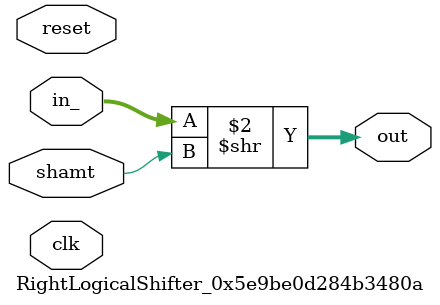
<source format=v>
`default_nettype none
module IntMulDivUnit
(
  input  wire [   0:0] clk,
  input  wire [  69:0] req_msg,
  output reg  [   0:0] req_rdy,
  input  wire [   0:0] req_val,
  input  wire [   0:0] reset,
  output reg  [  34:0] resp_msg,
  input  wire [   0:0] resp_rdy,
  output reg  [   0:0] resp_val
);

  // wire declarations
  wire   [   0:0] is_div;


  // register declarations
  reg    [   0:0] idiv$req_val;
  reg    [   0:0] idiv$resp_rdy;
  reg    [   0:0] imul$req_val;

  // imul temporaries
  wire   [   0:0] imul$resp_rdy;
  wire   [   0:0] imul$clk;
  wire   [  69:0] imul$req_msg;
  wire   [   0:0] imul$reset;
  wire   [  34:0] imul$resp_msg;
  wire   [   0:0] imul$resp_val;
  wire   [   0:0] imul$req_rdy;

  IntMulVarLat_0x4fa87c8a5af4e991 imul
  (
    .resp_rdy ( imul$resp_rdy ),
    .clk      ( imul$clk ),
    .req_msg  ( imul$req_msg ),
    .req_val  ( imul$req_val ),
    .reset    ( imul$reset ),
    .resp_msg ( imul$resp_msg ),
    .resp_val ( imul$resp_val ),
    .req_rdy  ( imul$req_rdy )
  );

  // idiv temporaries
  wire   [   0:0] idiv$clk;
  wire   [  69:0] idiv$req_msg;
  wire   [   0:0] idiv$reset;
  wire   [  34:0] idiv$resp_msg;
  wire   [   0:0] idiv$resp_val;
  wire   [   0:0] idiv$req_rdy;

  IntDivRem4_0x18c371d1cf60a588 idiv
  (
    .resp_rdy ( idiv$resp_rdy ),
    .clk      ( idiv$clk ),
    .req_msg  ( idiv$req_msg ),
    .req_val  ( idiv$req_val ),
    .reset    ( idiv$reset ),
    .resp_msg ( idiv$resp_msg ),
    .resp_val ( idiv$resp_val ),
    .req_rdy  ( idiv$req_rdy )
  );

  // signal connections
  assign idiv$clk      = clk;
  assign idiv$req_msg  = req_msg;
  assign idiv$reset    = reset;
  assign imul$clk      = clk;
  assign imul$req_msg  = req_msg;
  assign imul$reset    = reset;
  assign imul$resp_rdy = resp_rdy;
  assign is_div        = req_msg[69];


  // PYMTL SOURCE:
  //
  // @s.combinational
  // def comb_in_val():
  //       s.imul.req.val.value = s.req.val & ~s.is_div
  //       s.idiv.req.val.value = s.req.val & s.is_div

  // logic for comb_in_val()
  always @ (*) begin
    imul$req_val = (req_val&~is_div);
    idiv$req_val = (req_val&is_div);
  end

  // PYMTL SOURCE:
  //
  // @s.combinational
  // def comb_in_rdy():
  //       if ~s.is_div:
  //         s.req.rdy.value = s.imul.req.rdy
  //       else:
  //         s.req.rdy.value = s.idiv.req.rdy

  // logic for comb_in_rdy()
  always @ (*) begin
    if (~is_div) begin
      req_rdy = imul$req_rdy;
    end
    else begin
      req_rdy = idiv$req_rdy;
    end
  end

  // PYMTL SOURCE:
  //
  // @s.combinational
  // def comb_out_rdy():
  //       s.idiv.resp.rdy.value = 0
  //
  //       if ~s.imul.resp.val:
  //         s.idiv.resp.rdy.value = s.resp.rdy

  // logic for comb_out_rdy()
  always @ (*) begin
    idiv$resp_rdy = 0;
    if (~imul$resp_val) begin
      idiv$resp_rdy = resp_rdy;
    end
    else begin
    end
  end

  // PYMTL SOURCE:
  //
  // @s.combinational
  // def comb_out_val_msg():
  //       s.resp.val.value = s.imul.resp.val
  //       s.resp.msg.value = s.imul.resp.msg
  //
  //       if ~s.imul.resp.val:
  //         s.resp.val.value = s.idiv.resp.val
  //         s.resp.msg.value = s.idiv.resp.msg

  // logic for comb_out_val_msg()
  always @ (*) begin
    resp_val = imul$resp_val;
    resp_msg = imul$resp_msg;
    if (~imul$resp_val) begin
      resp_val = idiv$resp_val;
      resp_msg = idiv$resp_msg;
    end
    else begin
    end
  end


endmodule // IntMulDivUnit
`default_nettype wire

//-----------------------------------------------------------------------------
// IntMulVarLat_0x4fa87c8a5af4e991
//-----------------------------------------------------------------------------
// nbits: 32
// ntypes: 8
// dump-vcd: False
// verilator-xinit: zeros
`default_nettype none
module IntMulVarLat_0x4fa87c8a5af4e991
(
  input  wire [   0:0] clk,
  input  wire [  69:0] req_msg,
  output wire [   0:0] req_rdy,
  input  wire [   0:0] req_val,
  input  wire [   0:0] reset,
  output wire [  34:0] resp_msg,
  input  wire [   0:0] resp_rdy,
  output wire [   0:0] resp_val
);

  // ctrl temporaries
  wire   [   0:0] ctrl$is_b_zero;
  wire   [   0:0] ctrl$resp_rdy;
  wire   [   0:0] ctrl$clk;
  wire   [   2:0] ctrl$req_type;
  wire   [   0:0] ctrl$req_val;
  wire   [   0:0] ctrl$b_lsb;
  wire   [   0:0] ctrl$reset;
  wire   [   1:0] ctrl$a_mux_sel;
  wire   [   0:0] ctrl$resp_val;
  wire   [   1:0] ctrl$result_mux_sel;
  wire   [   0:0] ctrl$add_mux_sel;
  wire   [   0:0] ctrl$result_reg_en;
  wire   [   0:0] ctrl$b_mux_sel;
  wire   [   0:0] ctrl$is_hi;
  wire   [   0:0] ctrl$req_rdy;
  wire   [   0:0] ctrl$buffers_en;

  IntMulVarLatCtrl_0x4a27551a25d9401d ctrl
  (
    .is_b_zero      ( ctrl$is_b_zero ),
    .resp_rdy       ( ctrl$resp_rdy ),
    .clk            ( ctrl$clk ),
    .req_type       ( ctrl$req_type ),
    .req_val        ( ctrl$req_val ),
    .b_lsb          ( ctrl$b_lsb ),
    .reset          ( ctrl$reset ),
    .a_mux_sel      ( ctrl$a_mux_sel ),
    .resp_val       ( ctrl$resp_val ),
    .result_mux_sel ( ctrl$result_mux_sel ),
    .add_mux_sel    ( ctrl$add_mux_sel ),
    .result_reg_en  ( ctrl$result_reg_en ),
    .b_mux_sel      ( ctrl$b_mux_sel ),
    .is_hi          ( ctrl$is_hi ),
    .req_rdy        ( ctrl$req_rdy ),
    .buffers_en     ( ctrl$buffers_en )
  );

  // dpath temporaries
  wire   [   1:0] dpath$a_mux_sel;
  wire   [   0:0] dpath$clk;
  wire   [   1:0] dpath$result_mux_sel;
  wire   [   0:0] dpath$add_mux_sel;
  wire   [   0:0] dpath$result_reg_en;
  wire   [   0:0] dpath$b_mux_sel;
  wire   [  31:0] dpath$req_msg_b;
  wire   [  31:0] dpath$req_msg_a;
  wire   [   0:0] dpath$is_hi;
  wire   [   0:0] dpath$reset;
  wire   [   2:0] dpath$req_msg_opaque;
  wire   [   0:0] dpath$buffers_en;
  wire   [   2:0] dpath$resp_opaque;
  wire   [   0:0] dpath$is_b_zero;
  wire   [   0:0] dpath$b_lsb;
  wire   [  31:0] dpath$resp_result;

  IntMulVarLatDpath_0x1ea05e108635c477 dpath
  (
    .a_mux_sel      ( dpath$a_mux_sel ),
    .clk            ( dpath$clk ),
    .result_mux_sel ( dpath$result_mux_sel ),
    .add_mux_sel    ( dpath$add_mux_sel ),
    .result_reg_en  ( dpath$result_reg_en ),
    .b_mux_sel      ( dpath$b_mux_sel ),
    .req_msg_b      ( dpath$req_msg_b ),
    .req_msg_a      ( dpath$req_msg_a ),
    .is_hi          ( dpath$is_hi ),
    .reset          ( dpath$reset ),
    .req_msg_opaque ( dpath$req_msg_opaque ),
    .buffers_en     ( dpath$buffers_en ),
    .resp_opaque    ( dpath$resp_opaque ),
    .is_b_zero      ( dpath$is_b_zero ),
    .b_lsb          ( dpath$b_lsb ),
    .resp_result    ( dpath$resp_result )
  );

  // signal connections
  assign ctrl$b_lsb           = dpath$b_lsb;
  assign ctrl$clk             = clk;
  assign ctrl$is_b_zero       = dpath$is_b_zero;
  assign ctrl$req_type        = req_msg[69:67];
  assign ctrl$req_val         = req_val;
  assign ctrl$reset           = reset;
  assign ctrl$resp_rdy        = resp_rdy;
  assign dpath$a_mux_sel      = ctrl$a_mux_sel;
  assign dpath$add_mux_sel    = ctrl$add_mux_sel;
  assign dpath$b_mux_sel      = ctrl$b_mux_sel;
  assign dpath$buffers_en     = ctrl$buffers_en;
  assign dpath$clk            = clk;
  assign dpath$is_hi          = ctrl$is_hi;
  assign dpath$req_msg_a      = req_msg[63:32];
  assign dpath$req_msg_b      = req_msg[31:0];
  assign dpath$req_msg_opaque = req_msg[66:64];
  assign dpath$reset          = reset;
  assign dpath$result_mux_sel = ctrl$result_mux_sel;
  assign dpath$result_reg_en  = ctrl$result_reg_en;
  assign req_rdy              = ctrl$req_rdy;
  assign resp_msg[31:0]       = dpath$resp_result;
  assign resp_msg[34:32]      = dpath$resp_opaque;
  assign resp_val             = ctrl$resp_val;



endmodule // IntMulVarLat_0x4fa87c8a5af4e991
`default_nettype wire

//-----------------------------------------------------------------------------
// IntMulVarLatCtrl_0x4a27551a25d9401d
//-----------------------------------------------------------------------------
// ntypes: 8
// dump-vcd: False
// verilator-xinit: zeros
`default_nettype none
module IntMulVarLatCtrl_0x4a27551a25d9401d
(
  output reg  [   1:0] a_mux_sel,
  output reg  [   0:0] add_mux_sel,
  input  wire [   0:0] b_lsb,
  output reg  [   0:0] b_mux_sel,
  output reg  [   0:0] buffers_en,
  input  wire [   0:0] clk,
  input  wire [   0:0] is_b_zero,
  output reg  [   0:0] is_hi,
  output reg  [   0:0] req_rdy,
  input  wire [   2:0] req_type,
  input  wire [   0:0] req_val,
  input  wire [   0:0] reset,
  input  wire [   0:0] resp_rdy,
  output reg  [   0:0] resp_val,
  output reg  [   1:0] result_mux_sel,
  output reg  [   0:0] result_reg_en
);

  // register declarations
  reg    [   1:0] curr_state__0;
  reg    [   1:0] current_state__1;
  reg    [   0:0] do_sh;
  reg    [   0:0] do_sh_add;
  reg    [   1:0] next_state__0;
  reg    [   1:0] state$in_;

  // localparam declarations
  localparam ADD_MUX_SEL_ADD = 0;
  localparam ADD_MUX_SEL_RESULT = 1;
  localparam ADD_MUX_SEL_X = 0;
  localparam A_MUX_SEL_LD = 1;
  localparam A_MUX_SEL_LSH = 0;
  localparam A_MUX_SEL_SEXT = 2;
  localparam A_MUX_SEL_X = 0;
  localparam B_MUX_SEL_LD = 1;
  localparam B_MUX_SEL_RSH = 0;
  localparam B_MUX_SEL_X = 0;
  localparam RESULT_MUX_SEL_0 = 1;
  localparam RESULT_MUX_SEL_ADD = 0;
  localparam RESULT_MUX_SEL_MULH = 2;
  localparam RESULT_MUX_SEL_X = 0;
  localparam STATE_CALC = 1;
  localparam STATE_DONE = 2;
  localparam STATE_IDLE = 0;
  localparam TYPE_MULH = 1;
  localparam TYPE_MULHSU = 2;

  // state temporaries
  wire   [   0:0] state$reset;
  wire   [   0:0] state$clk;
  wire   [   1:0] state$out;

  RegRst_0x9f365fdf6c8998a state
  (
    .reset ( state$reset ),
    .in_   ( state$in_ ),
    .clk   ( state$clk ),
    .out   ( state$out )
  );

  // signal connections
  assign state$clk   = clk;
  assign state$reset = reset;


  // PYMTL SOURCE:
  //
  // @s.combinational
  // def state_transitions():
  //
  //       curr_state = s.state.out
  //       next_state = s.state.out
  //
  //       # Transistions out of IDLE state
  //
  //       if ( s.state.out == s.STATE_IDLE ):
  //         if ( s.req_val and s.req_rdy ):
  //           next_state = s.STATE_CALC
  //
  //       # Transistions out of CALC state
  //
  //       if ( s.state.out == s.STATE_CALC ):
  //         if s.is_b_zero:
  //           next_state = s.STATE_DONE
  //
  //       # Transistions out of DONE state
  //
  //       if ( s.state.out == s.STATE_DONE ):
  //         if ( s.resp_val and s.resp_rdy ):
  //           next_state = s.STATE_IDLE
  //
  //       s.state.in_.value = next_state

  // logic for state_transitions()
  always @ (*) begin
    curr_state__0 = state$out;
    next_state__0 = state$out;
    if ((state$out == STATE_IDLE)) begin
      if ((req_val&&req_rdy)) begin
        next_state__0 = STATE_CALC;
      end
      else begin
      end
    end
    else begin
    end
    if ((state$out == STATE_CALC)) begin
      if (is_b_zero) begin
        next_state__0 = STATE_DONE;
      end
      else begin
      end
    end
    else begin
    end
    if ((state$out == STATE_DONE)) begin
      if ((resp_val&&resp_rdy)) begin
        next_state__0 = STATE_IDLE;
      end
      else begin
      end
    end
    else begin
    end
    state$in_ = next_state__0;
  end

  // PYMTL SOURCE:
  //
  // @s.combinational
  // def state_outputs():
  //
  //       current_state = s.state.out
  //
  //       # Initialize all control signals
  //
  //       s.do_sh_add.value      = 0
  //       s.do_sh.value          = 0
  //
  //       s.req_rdy.value        = 0
  //       s.resp_val.value       = 0
  //
  //       s.a_mux_sel.value      = 0
  //       s.b_mux_sel.value      = 0
  //       s.result_mux_sel.value = 0
  //       s.result_reg_en.value  = 0
  //       s.add_mux_sel.value    = 0
  //
  //       s.result_mux_sel.value = 0
  //       s.buffers_en.value     = 0
  //       s.is_hi.value          = 0
  //
  //       # In IDLE state we simply wait for inputs to arrive and latch them
  //
  //       if current_state == s.STATE_IDLE:
  //
  //         s.req_rdy.value        = 1
  //         s.resp_val.value       = 0
  //
  //         if s.req_type == MduReqMsg.TYPE_MULHSU or s.req_type == MduReqMsg.TYPE_MULH:
  //           s.a_mux_sel.value = A_MUX_SEL_SEXT
  //         else:
  //           s.a_mux_sel.value = A_MUX_SEL_LD
  //
  //         s.b_mux_sel.value      = B_MUX_SEL_LD
  //
  //         if s.req_type == MduReqMsg.TYPE_MULH:
  //           s.result_mux_sel.value = RESULT_MUX_SEL_MULH
  //         else:
  //           s.result_mux_sel.value = RESULT_MUX_SEL_0
  //
  //         s.result_reg_en.value  = 1
  //         s.buffers_en.value     = 1
  //         s.is_hi.value          = (s.req_type != 0)
  //         s.add_mux_sel.value    = ADD_MUX_SEL_X
  //
  //       # In CALC state we iteratively add/shift to caculate mult
  //
  //       elif current_state == s.STATE_CALC:
  //
  //         s.do_sh_add.value      = (s.b_lsb == 1) # do shift and add
  //         s.do_sh.value          = (s.b_lsb == 0) # do shift but no add
  //
  //         s.req_rdy.value        = 0
  //         s.resp_val.value       = 0
  //
  //         s.a_mux_sel.value      = A_MUX_SEL_LSH
  //         s.b_mux_sel.value      = B_MUX_SEL_RSH
  //         s.result_mux_sel.value = RESULT_MUX_SEL_ADD
  //         s.result_reg_en.value  = 1
  //         if s.do_sh_add:
  //           s.add_mux_sel.value  = ADD_MUX_SEL_ADD
  //         else:
  //           s.add_mux_sel.value  = ADD_MUX_SEL_RESULT
  //
  //       # In DONE state we simply wait for output transition to occur
  //
  //       elif current_state == s.STATE_DONE:
  //
  //         s.req_rdy.value        = 0
  //         s.resp_val.value       = 1
  //
  //         s.a_mux_sel.value      = A_MUX_SEL_X
  //         s.b_mux_sel.value      = B_MUX_SEL_X
  //         s.result_mux_sel.value = RESULT_MUX_SEL_X
  //         s.result_reg_en.value  = 0
  //         s.add_mux_sel.value    = ADD_MUX_SEL_X

  // logic for state_outputs()
  always @ (*) begin
    current_state__1 = state$out;
    do_sh_add = 0;
    do_sh = 0;
    req_rdy = 0;
    resp_val = 0;
    a_mux_sel = 0;
    b_mux_sel = 0;
    result_mux_sel = 0;
    result_reg_en = 0;
    add_mux_sel = 0;
    result_mux_sel = 0;
    buffers_en = 0;
    is_hi = 0;
    if ((current_state__1 == STATE_IDLE)) begin
      req_rdy = 1;
      resp_val = 0;
      if (((req_type == TYPE_MULHSU)||(req_type == TYPE_MULH))) begin
        a_mux_sel = A_MUX_SEL_SEXT;
      end
      else begin
        a_mux_sel = A_MUX_SEL_LD;
      end
      b_mux_sel = B_MUX_SEL_LD;
      if ((req_type == TYPE_MULH)) begin
        result_mux_sel = RESULT_MUX_SEL_MULH;
      end
      else begin
        result_mux_sel = RESULT_MUX_SEL_0;
      end
      result_reg_en = 1;
      buffers_en = 1;
      is_hi = (req_type != 0);
      add_mux_sel = ADD_MUX_SEL_X;
    end
    else begin
      if ((current_state__1 == STATE_CALC)) begin
        do_sh_add = (b_lsb == 1);
        do_sh = (b_lsb == 0);
        req_rdy = 0;
        resp_val = 0;
        a_mux_sel = A_MUX_SEL_LSH;
        b_mux_sel = B_MUX_SEL_RSH;
        result_mux_sel = RESULT_MUX_SEL_ADD;
        result_reg_en = 1;
        if (do_sh_add) begin
          add_mux_sel = ADD_MUX_SEL_ADD;
        end
        else begin
          add_mux_sel = ADD_MUX_SEL_RESULT;
        end
      end
      else begin
        if ((current_state__1 == STATE_DONE)) begin
          req_rdy = 0;
          resp_val = 1;
          a_mux_sel = A_MUX_SEL_X;
          b_mux_sel = B_MUX_SEL_X;
          result_mux_sel = RESULT_MUX_SEL_X;
          result_reg_en = 0;
          add_mux_sel = ADD_MUX_SEL_X;
        end
        else begin
        end
      end
    end
  end


endmodule // IntMulVarLatCtrl_0x4a27551a25d9401d
`default_nettype wire

//-----------------------------------------------------------------------------
// RegRst_0x9f365fdf6c8998a
//-----------------------------------------------------------------------------
// dtype: 2
// reset_value: 0
// dump-vcd: False
// verilator-xinit: zeros
`default_nettype none
module RegRst_0x9f365fdf6c8998a
(
  input  wire [   0:0] clk,
  input  wire [   1:0] in_,
  output reg  [   1:0] out,
  input  wire [   0:0] reset
);

  // localparam declarations
  localparam reset_value = 0;



  // PYMTL SOURCE:
  //
  // @s.posedge_clk
  // def seq_logic():
  //       if s.reset:
  //         s.out.next = reset_value
  //       else:
  //         s.out.next = s.in_

  // logic for seq_logic()
  always @ (posedge clk) begin
    if (reset) begin
      out <= reset_value;
    end
    else begin
      out <= in_;
    end
  end


endmodule // RegRst_0x9f365fdf6c8998a
`default_nettype wire

//-----------------------------------------------------------------------------
// IntMulVarLatDpath_0x1ea05e108635c477
//-----------------------------------------------------------------------------
// nbits: 32
// dump-vcd: False
// verilator-xinit: zeros
`default_nettype none
module IntMulVarLatDpath_0x1ea05e108635c477
(
  input  wire [   1:0] a_mux_sel,
  input  wire [   0:0] add_mux_sel,
  output wire [   0:0] b_lsb,
  input  wire [   0:0] b_mux_sel,
  input  wire [   0:0] buffers_en,
  input  wire [   0:0] clk,
  output wire [   0:0] is_b_zero,
  input  wire [   0:0] is_hi,
  input  wire [  31:0] req_msg_a,
  input  wire [  31:0] req_msg_b,
  input  wire [   2:0] req_msg_opaque,
  input  wire [   0:0] reset,
  output wire [   2:0] resp_opaque,
  output wire [  31:0] resp_result,
  input  wire [   1:0] result_mux_sel,
  input  wire [   0:0] result_reg_en
);

  // wire declarations
  wire   [  31:0] rshifter_out;
  wire   [  63:0] lshifter_out;
  wire   [  63:0] add_mux_out;


  // register declarations
  reg    [  63:0] a_mulh_negate;
  reg    [  63:0] opa_sext;

  // localparam declarations
  localparam nbits = 32;

  // is_hi_reg temporaries
  wire   [   0:0] is_hi_reg$reset;
  wire   [   0:0] is_hi_reg$in_;
  wire   [   0:0] is_hi_reg$clk;
  wire   [   0:0] is_hi_reg$en;
  wire   [   0:0] is_hi_reg$out;

  RegEn_0x7b12395e8ee7e2a2 is_hi_reg
  (
    .reset ( is_hi_reg$reset ),
    .in_   ( is_hi_reg$in_ ),
    .clk   ( is_hi_reg$clk ),
    .en    ( is_hi_reg$en ),
    .out   ( is_hi_reg$out )
  );

  // b_zero_cmp temporaries
  wire   [   0:0] b_zero_cmp$reset;
  wire   [  31:0] b_zero_cmp$in_;
  wire   [   0:0] b_zero_cmp$clk;
  wire   [   0:0] b_zero_cmp$out;

  ZeroComparator_0x20454677a5a72bab b_zero_cmp
  (
    .reset ( b_zero_cmp$reset ),
    .in_   ( b_zero_cmp$in_ ),
    .clk   ( b_zero_cmp$clk ),
    .out   ( b_zero_cmp$out )
  );

  // a_reg temporaries
  wire   [   0:0] a_reg$reset;
  wire   [  63:0] a_reg$in_;
  wire   [   0:0] a_reg$clk;
  wire   [  63:0] a_reg$out;

  Reg_0x57db20304fa2732b a_reg
  (
    .reset ( a_reg$reset ),
    .in_   ( a_reg$in_ ),
    .clk   ( a_reg$clk ),
    .out   ( a_reg$out )
  );

  // result_reg temporaries
  wire   [   0:0] result_reg$reset;
  wire   [  63:0] result_reg$in_;
  wire   [   0:0] result_reg$clk;
  wire   [   0:0] result_reg$en;
  wire   [  63:0] result_reg$out;

  RegEn_0x57db20304fa2732b result_reg
  (
    .reset ( result_reg$reset ),
    .in_   ( result_reg$in_ ),
    .clk   ( result_reg$clk ),
    .en    ( result_reg$en ),
    .out   ( result_reg$out )
  );

  // opaque_reg temporaries
  wire   [   0:0] opaque_reg$reset;
  wire   [   2:0] opaque_reg$in_;
  wire   [   0:0] opaque_reg$clk;
  wire   [   0:0] opaque_reg$en;
  wire   [   2:0] opaque_reg$out;

  RegEn_0x5f9f3b87a8883894 opaque_reg
  (
    .reset ( opaque_reg$reset ),
    .in_   ( opaque_reg$in_ ),
    .clk   ( opaque_reg$clk ),
    .en    ( opaque_reg$en ),
    .out   ( opaque_reg$out )
  );

  // add temporaries
  wire   [   0:0] add$clk;
  wire   [  63:0] add$in0;
  wire   [  63:0] add$in1;
  wire   [   0:0] add$reset;
  wire   [   0:0] add$cin;
  wire   [   0:0] add$cout;
  wire   [  63:0] add$out;

  Adder_0x2b59d76425453b4b add
  (
    .clk   ( add$clk ),
    .in0   ( add$in0 ),
    .in1   ( add$in1 ),
    .reset ( add$reset ),
    .cin   ( add$cin ),
    .cout  ( add$cout ),
    .out   ( add$out )
  );

  // add_mux temporaries
  wire   [   0:0] add_mux$reset;
  wire   [  63:0] add_mux$in_$000;
  wire   [  63:0] add_mux$in_$001;
  wire   [   0:0] add_mux$clk;
  wire   [   0:0] add_mux$sel;
  wire   [  63:0] add_mux$out;

  Mux_0x147b842ad2b97e56 add_mux
  (
    .reset   ( add_mux$reset ),
    .in_$000 ( add_mux$in_$000 ),
    .in_$001 ( add_mux$in_$001 ),
    .clk     ( add_mux$clk ),
    .sel     ( add_mux$sel ),
    .out     ( add_mux$out )
  );

  // lshifter temporaries
  wire   [   0:0] lshifter$reset;
  wire   [   3:0] lshifter$shamt;
  wire   [  63:0] lshifter$in_;
  wire   [   0:0] lshifter$clk;
  wire   [  63:0] lshifter$out;

  LeftLogicalShifter_0x39b234576217d1bd lshifter
  (
    .reset ( lshifter$reset ),
    .shamt ( lshifter$shamt ),
    .in_   ( lshifter$in_ ),
    .clk   ( lshifter$clk ),
    .out   ( lshifter$out )
  );

  // a_mux temporaries
  wire   [   0:0] a_mux$reset;
  wire   [  63:0] a_mux$in_$000;
  wire   [  63:0] a_mux$in_$001;
  wire   [  63:0] a_mux$in_$002;
  wire   [   0:0] a_mux$clk;
  wire   [   1:0] a_mux$sel;
  wire   [  63:0] a_mux$out;

  Mux_0x466754c116c83ee7 a_mux
  (
    .reset   ( a_mux$reset ),
    .in_$000 ( a_mux$in_$000 ),
    .in_$001 ( a_mux$in_$001 ),
    .in_$002 ( a_mux$in_$002 ),
    .clk     ( a_mux$clk ),
    .sel     ( a_mux$sel ),
    .out     ( a_mux$out )
  );

  // b_mux temporaries
  wire   [   0:0] b_mux$reset;
  wire   [  31:0] b_mux$in_$000;
  wire   [  31:0] b_mux$in_$001;
  wire   [   0:0] b_mux$clk;
  wire   [   0:0] b_mux$sel;
  wire   [  31:0] b_mux$out;

  Mux_0x7e8c65f0610ab9ca b_mux
  (
    .reset   ( b_mux$reset ),
    .in_$000 ( b_mux$in_$000 ),
    .in_$001 ( b_mux$in_$001 ),
    .clk     ( b_mux$clk ),
    .sel     ( b_mux$sel ),
    .out     ( b_mux$out )
  );

  // result_mux temporaries
  wire   [   0:0] result_mux$reset;
  wire   [  63:0] result_mux$in_$000;
  wire   [  63:0] result_mux$in_$001;
  wire   [  63:0] result_mux$in_$002;
  wire   [   0:0] result_mux$clk;
  wire   [   1:0] result_mux$sel;
  wire   [  63:0] result_mux$out;

  Mux_0x466754c116c83ee7 result_mux
  (
    .reset   ( result_mux$reset ),
    .in_$000 ( result_mux$in_$000 ),
    .in_$001 ( result_mux$in_$001 ),
    .in_$002 ( result_mux$in_$002 ),
    .clk     ( result_mux$clk ),
    .sel     ( result_mux$sel ),
    .out     ( result_mux$out )
  );

  // rshifter temporaries
  wire   [   0:0] rshifter$reset;
  wire   [   3:0] rshifter$shamt;
  wire   [  31:0] rshifter$in_;
  wire   [   0:0] rshifter$clk;
  wire   [  31:0] rshifter$out;

  RightLogicalShifter_0x12be3eb4c8fdf0a3 rshifter
  (
    .reset ( rshifter$reset ),
    .shamt ( rshifter$shamt ),
    .in_   ( rshifter$in_ ),
    .clk   ( rshifter$clk ),
    .out   ( rshifter$out )
  );

  // b_reg temporaries
  wire   [   0:0] b_reg$reset;
  wire   [  31:0] b_reg$in_;
  wire   [   0:0] b_reg$clk;
  wire   [  31:0] b_reg$out;

  Reg_0x1eed677bd3b5c175 b_reg
  (
    .reset ( b_reg$reset ),
    .in_   ( b_reg$in_ ),
    .clk   ( b_reg$clk ),
    .out   ( b_reg$out )
  );

  // res_hilo_mux temporaries
  wire   [   0:0] res_hilo_mux$reset;
  wire   [  31:0] res_hilo_mux$in_$000;
  wire   [  31:0] res_hilo_mux$in_$001;
  wire   [   0:0] res_hilo_mux$clk;
  wire   [   0:0] res_hilo_mux$sel;
  wire   [  31:0] res_hilo_mux$out;

  Mux_0x7e8c65f0610ab9ca res_hilo_mux
  (
    .reset   ( res_hilo_mux$reset ),
    .in_$000 ( res_hilo_mux$in_$000 ),
    .in_$001 ( res_hilo_mux$in_$001 ),
    .clk     ( res_hilo_mux$clk ),
    .sel     ( res_hilo_mux$sel ),
    .out     ( res_hilo_mux$out )
  );

  // calc_shamt temporaries
  wire   [   0:0] calc_shamt$reset;
  wire   [   7:0] calc_shamt$in_;
  wire   [   0:0] calc_shamt$clk;
  wire   [   3:0] calc_shamt$out;

  IntMulVarLatCalcShamt_0x519a3680c5333519 calc_shamt
  (
    .reset ( calc_shamt$reset ),
    .in_   ( calc_shamt$in_ ),
    .clk   ( calc_shamt$clk ),
    .out   ( calc_shamt$out )
  );

  // signal connections
  assign a_mux$clk            = clk;
  assign a_mux$in_$000        = lshifter_out;
  assign a_mux$in_$001[31:0]  = req_msg_a;
  assign a_mux$in_$001[63:32] = 32'd0;
  assign a_mux$in_$002        = opa_sext;
  assign a_mux$reset          = reset;
  assign a_mux$sel            = a_mux_sel;
  assign a_reg$clk            = clk;
  assign a_reg$in_            = a_mux$out;
  assign a_reg$reset          = reset;
  assign add$clk              = clk;
  assign add$in0              = a_reg$out;
  assign add$in1              = result_reg$out;
  assign add$reset            = reset;
  assign add_mux$clk          = clk;
  assign add_mux$in_$000      = add$out;
  assign add_mux$in_$001      = result_reg$out;
  assign add_mux$reset        = reset;
  assign add_mux$sel          = add_mux_sel;
  assign add_mux_out          = add_mux$out;
  assign b_lsb                = b_reg$out[0];
  assign b_mux$clk            = clk;
  assign b_mux$in_$000        = rshifter_out;
  assign b_mux$in_$001        = req_msg_b;
  assign b_mux$reset          = reset;
  assign b_mux$sel            = b_mux_sel;
  assign b_reg$clk            = clk;
  assign b_reg$in_            = b_mux$out;
  assign b_reg$reset          = reset;
  assign b_zero_cmp$clk       = clk;
  assign b_zero_cmp$in_       = b_reg$out;
  assign b_zero_cmp$reset     = reset;
  assign calc_shamt$clk       = clk;
  assign calc_shamt$in_       = b_reg$out[7:0];
  assign calc_shamt$reset     = reset;
  assign is_b_zero            = b_zero_cmp$out;
  assign is_hi_reg$clk        = clk;
  assign is_hi_reg$en         = buffers_en;
  assign is_hi_reg$in_        = is_hi;
  assign is_hi_reg$reset      = reset;
  assign lshifter$clk         = clk;
  assign lshifter$in_         = a_reg$out;
  assign lshifter$reset       = reset;
  assign lshifter$shamt       = calc_shamt$out;
  assign lshifter_out         = lshifter$out;
  assign opaque_reg$clk       = clk;
  assign opaque_reg$en        = buffers_en;
  assign opaque_reg$in_       = req_msg_opaque;
  assign opaque_reg$reset     = reset;
  assign res_hilo_mux$clk     = clk;
  assign res_hilo_mux$in_$000 = result_reg$out[31:0];
  assign res_hilo_mux$in_$001 = result_reg$out[63:32];
  assign res_hilo_mux$reset   = reset;
  assign res_hilo_mux$sel     = is_hi_reg$out;
  assign resp_opaque          = opaque_reg$out;
  assign resp_result          = res_hilo_mux$out;
  assign result_mux$clk       = clk;
  assign result_mux$in_$000   = add_mux_out;
  assign result_mux$in_$001   = 64'd0;
  assign result_mux$in_$002   = a_mulh_negate;
  assign result_mux$reset     = reset;
  assign result_mux$sel       = result_mux_sel;
  assign result_reg$clk       = clk;
  assign result_reg$en        = result_reg_en;
  assign result_reg$in_       = result_mux$out;
  assign result_reg$reset     = reset;
  assign rshifter$clk         = clk;
  assign rshifter$in_         = b_reg$out;
  assign rshifter$reset       = reset;
  assign rshifter$shamt       = calc_shamt$out;
  assign rshifter_out         = rshifter$out;


  // PYMTL SOURCE:
  //
  // @s.combinational
  // def comb_opa_sext():
  //       s.opa_sext.value = sext( s.req_msg_a, 64 )

  // logic for comb_opa_sext()
  always @ (*) begin
    opa_sext = { { 64-32 { req_msg_a[31] } }, req_msg_a[31:0] };
  end

  // PYMTL SOURCE:
  //
  // @s.combinational
  // def comb_a_mulh_negate():
  //       s.a_mulh_negate.value = 0
  //       # Why can't I use nbits ???
  //       if s.req_msg_b[nbits-1]:
  //         s.a_mulh_negate[nbits:].value = ~s.req_msg_a + 1

  // logic for comb_a_mulh_negate()
  always @ (*) begin
    a_mulh_negate = 0;
    if (req_msg_b[(nbits-1)]) begin
      a_mulh_negate[(64)-1:nbits] = (~req_msg_a+1);
    end
    else begin
    end
  end


endmodule // IntMulVarLatDpath_0x1ea05e108635c477
`default_nettype wire

//-----------------------------------------------------------------------------
// RegEn_0x7b12395e8ee7e2a2
//-----------------------------------------------------------------------------
// dtype: 1
// dump-vcd: False
// verilator-xinit: zeros
`default_nettype none
module RegEn_0x7b12395e8ee7e2a2
(
  input  wire [   0:0] clk,
  input  wire [   0:0] en,
  input  wire [   0:0] in_,
  output reg  [   0:0] out,
  input  wire [   0:0] reset
);



  // PYMTL SOURCE:
  //
  // @s.posedge_clk
  // def seq_logic():
  //       if s.en:
  //         s.out.next = s.in_

  // logic for seq_logic()
  always @ (posedge clk) begin
    if (en) begin
      out <= in_;
    end
    else begin
    end
  end


endmodule // RegEn_0x7b12395e8ee7e2a2
`default_nettype wire

//-----------------------------------------------------------------------------
// ZeroComparator_0x20454677a5a72bab
//-----------------------------------------------------------------------------
// nbits: 32
// dump-vcd: False
// verilator-xinit: zeros
`default_nettype none
module ZeroComparator_0x20454677a5a72bab
(
  input  wire [   0:0] clk,
  input  wire [  31:0] in_,
  output reg  [   0:0] out,
  input  wire [   0:0] reset
);



  // PYMTL SOURCE:
  //
  // @s.combinational
  // def comb_logic():
  //       s.out.value = s.in_ == 0

  // logic for comb_logic()
  always @ (*) begin
    out = (in_ == 0);
  end


endmodule // ZeroComparator_0x20454677a5a72bab
`default_nettype wire

//-----------------------------------------------------------------------------
// Reg_0x57db20304fa2732b
//-----------------------------------------------------------------------------
// dtype: 64
// dump-vcd: False
// verilator-xinit: zeros
`default_nettype none
module Reg_0x57db20304fa2732b
(
  input  wire [   0:0] clk,
  input  wire [  63:0] in_,
  output reg  [  63:0] out,
  input  wire [   0:0] reset
);



  // PYMTL SOURCE:
  //
  // @s.posedge_clk
  // def seq_logic():
  //       s.out.next = s.in_

  // logic for seq_logic()
  always @ (posedge clk) begin
    out <= in_;
  end


endmodule // Reg_0x57db20304fa2732b
`default_nettype wire

//-----------------------------------------------------------------------------
// RegEn_0x57db20304fa2732b
//-----------------------------------------------------------------------------
// dtype: 64
// dump-vcd: False
// verilator-xinit: zeros
`default_nettype none
module RegEn_0x57db20304fa2732b
(
  input  wire [   0:0] clk,
  input  wire [   0:0] en,
  input  wire [  63:0] in_,
  output reg  [  63:0] out,
  input  wire [   0:0] reset
);



  // PYMTL SOURCE:
  //
  // @s.posedge_clk
  // def seq_logic():
  //       if s.en:
  //         s.out.next = s.in_

  // logic for seq_logic()
  always @ (posedge clk) begin
    if (en) begin
      out <= in_;
    end
    else begin
    end
  end


endmodule // RegEn_0x57db20304fa2732b
`default_nettype wire

//-----------------------------------------------------------------------------
// RegEn_0x5f9f3b87a8883894
//-----------------------------------------------------------------------------
// dtype: 3
// dump-vcd: False
// verilator-xinit: zeros
`default_nettype none
module RegEn_0x5f9f3b87a8883894
(
  input  wire [   0:0] clk,
  input  wire [   0:0] en,
  input  wire [   2:0] in_,
  output reg  [   2:0] out,
  input  wire [   0:0] reset
);



  // PYMTL SOURCE:
  //
  // @s.posedge_clk
  // def seq_logic():
  //       if s.en:
  //         s.out.next = s.in_

  // logic for seq_logic()
  always @ (posedge clk) begin
    if (en) begin
      out <= in_;
    end
    else begin
    end
  end


endmodule // RegEn_0x5f9f3b87a8883894
`default_nettype wire

//-----------------------------------------------------------------------------
// Adder_0x2b59d76425453b4b
//-----------------------------------------------------------------------------
// nbits: 64
// dump-vcd: False
// verilator-xinit: zeros
`default_nettype none
module Adder_0x2b59d76425453b4b
(
  input  wire [   0:0] cin,
  input  wire [   0:0] clk,
  output wire [   0:0] cout,
  input  wire [  63:0] in0,
  input  wire [  63:0] in1,
  output wire [  63:0] out,
  input  wire [   0:0] reset
);

  // register declarations
  reg    [  64:0] t0__0;
  reg    [  64:0] t1__0;
  reg    [  64:0] temp;

  // localparam declarations
  localparam twidth = 65;

  // signal connections
  assign cout = temp[64];
  assign out  = temp[63:0];


  // PYMTL SOURCE:
  //
  // @s.combinational
  // def comb_logic():
  //
  //       # Zero extend the inputs by one bit so we can generate an extra
  //       # carry out bit
  //
  //       t0 = zext( s.in0, twidth )
  //       t1 = zext( s.in1, twidth )
  //
  //       s.temp.value = t0 + t1 + s.cin

  // logic for comb_logic()
  always @ (*) begin
    t0__0 = { { twidth-64 { 1'b0 } }, in0[63:0] };
    t1__0 = { { twidth-64 { 1'b0 } }, in1[63:0] };
    temp = ((t0__0+t1__0)+cin);
  end


endmodule // Adder_0x2b59d76425453b4b
`default_nettype wire

//-----------------------------------------------------------------------------
// Mux_0x147b842ad2b97e56
//-----------------------------------------------------------------------------
// dtype: 64
// nports: 2
// dump-vcd: False
// verilator-xinit: zeros
`default_nettype none
module Mux_0x147b842ad2b97e56
(
  input  wire [   0:0] clk,
  input  wire [  63:0] in_$000,
  input  wire [  63:0] in_$001,
  output reg  [  63:0] out,
  input  wire [   0:0] reset,
  input  wire [   0:0] sel
);

  // localparam declarations
  localparam nports = 2;


  // array declarations
  wire   [  63:0] in_[0:1];
  assign in_[  0] = in_$000;
  assign in_[  1] = in_$001;

  // PYMTL SOURCE:
  //
  // @s.combinational
  // def comb_logic():
  //       assert s.sel < nports
  //       s.out.v = s.in_[ s.sel ]

  // logic for comb_logic()
  always @ (*) begin
    out = in_[sel];
  end


endmodule // Mux_0x147b842ad2b97e56
`default_nettype wire

//-----------------------------------------------------------------------------
// LeftLogicalShifter_0x39b234576217d1bd
//-----------------------------------------------------------------------------
// inout_nbits: 64
// shamt_nbits: 4
// dump-vcd: False
// verilator-xinit: zeros
`default_nettype none
module LeftLogicalShifter_0x39b234576217d1bd
(
  input  wire [   0:0] clk,
  input  wire [  63:0] in_,
  output reg  [  63:0] out,
  input  wire [   0:0] reset,
  input  wire [   3:0] shamt
);



  // PYMTL SOURCE:
  //
  // @s.combinational
  // def comb_logic():
  //       s.out.value = s.in_ << s.shamt

  // logic for comb_logic()
  always @ (*) begin
    out = (in_<<shamt);
  end


endmodule // LeftLogicalShifter_0x39b234576217d1bd
`default_nettype wire

//-----------------------------------------------------------------------------
// Mux_0x466754c116c83ee7
//-----------------------------------------------------------------------------
// dtype: 64
// nports: 3
// dump-vcd: False
// verilator-xinit: zeros
`default_nettype none
module Mux_0x466754c116c83ee7
(
  input  wire [   0:0] clk,
  input  wire [  63:0] in_$000,
  input  wire [  63:0] in_$001,
  input  wire [  63:0] in_$002,
  output reg  [  63:0] out,
  input  wire [   0:0] reset,
  input  wire [   1:0] sel
);

  // localparam declarations
  localparam nports = 3;


  // array declarations
  wire   [  63:0] in_[0:2];
  assign in_[  0] = in_$000;
  assign in_[  1] = in_$001;
  assign in_[  2] = in_$002;

  // PYMTL SOURCE:
  //
  // @s.combinational
  // def comb_logic():
  //       assert s.sel < nports
  //       s.out.v = s.in_[ s.sel ]

  // logic for comb_logic()
  always @ (*) begin
    out = in_[sel];
  end


endmodule // Mux_0x466754c116c83ee7
`default_nettype wire

//-----------------------------------------------------------------------------
// Mux_0x7e8c65f0610ab9ca
//-----------------------------------------------------------------------------
// dtype: 32
// nports: 2
// dump-vcd: False
// verilator-xinit: zeros
`default_nettype none
module Mux_0x7e8c65f0610ab9ca
(
  input  wire [   0:0] clk,
  input  wire [  31:0] in_$000,
  input  wire [  31:0] in_$001,
  output reg  [  31:0] out,
  input  wire [   0:0] reset,
  input  wire [   0:0] sel
);

  // localparam declarations
  localparam nports = 2;


  // array declarations
  wire   [  31:0] in_[0:1];
  assign in_[  0] = in_$000;
  assign in_[  1] = in_$001;

  // PYMTL SOURCE:
  //
  // @s.combinational
  // def comb_logic():
  //       assert s.sel < nports
  //       s.out.v = s.in_[ s.sel ]

  // logic for comb_logic()
  always @ (*) begin
    out = in_[sel];
  end


endmodule // Mux_0x7e8c65f0610ab9ca
`default_nettype wire

//-----------------------------------------------------------------------------
// RightLogicalShifter_0x12be3eb4c8fdf0a3
//-----------------------------------------------------------------------------
// inout_nbits: 32
// shamt_nbits: 4
// dump-vcd: False
// verilator-xinit: zeros
`default_nettype none
module RightLogicalShifter_0x12be3eb4c8fdf0a3
(
  input  wire [   0:0] clk,
  input  wire [  31:0] in_,
  output reg  [  31:0] out,
  input  wire [   0:0] reset,
  input  wire [   3:0] shamt
);



  // PYMTL SOURCE:
  //
  // @s.combinational
  // def comb_logic():
  //       s.out.value = s.in_ >> s.shamt

  // logic for comb_logic()
  always @ (*) begin
    out = (in_>>shamt);
  end


endmodule // RightLogicalShifter_0x12be3eb4c8fdf0a3
`default_nettype wire

//-----------------------------------------------------------------------------
// Reg_0x1eed677bd3b5c175
//-----------------------------------------------------------------------------
// dtype: 32
// dump-vcd: False
// verilator-xinit: zeros
`default_nettype none
module Reg_0x1eed677bd3b5c175
(
  input  wire [   0:0] clk,
  input  wire [  31:0] in_,
  output reg  [  31:0] out,
  input  wire [   0:0] reset
);



  // PYMTL SOURCE:
  //
  // @s.posedge_clk
  // def seq_logic():
  //       s.out.next = s.in_

  // logic for seq_logic()
  always @ (posedge clk) begin
    out <= in_;
  end


endmodule // Reg_0x1eed677bd3b5c175
`default_nettype wire

//-----------------------------------------------------------------------------
// IntMulVarLatCalcShamt_0x519a3680c5333519
//-----------------------------------------------------------------------------
// dump-vcd: False
// verilator-xinit: zeros
`default_nettype none
module IntMulVarLatCalcShamt_0x519a3680c5333519
(
  input  wire [   0:0] clk,
  input  wire [   7:0] in_,
  output reg  [   3:0] out,
  input  wire [   0:0] reset
);



  // PYMTL SOURCE:
  //
  // @s.combinational
  // def block():
  //
  //       if   s.in_    == 0: s.out.value = 8
  //       elif s.in_[0] == 1: s.out.value = 1
  //       elif s.in_[1] == 1: s.out.value = 1
  //       elif s.in_[2] == 1: s.out.value = 2
  //       elif s.in_[3] == 1: s.out.value = 3
  //       elif s.in_[4] == 1: s.out.value = 4
  //       elif s.in_[5] == 1: s.out.value = 5
  //       elif s.in_[6] == 1: s.out.value = 6
  //       elif s.in_[7] == 1: s.out.value = 7

  // logic for block()
  always @ (*) begin
    if ((in_ == 0)) begin
      out = 8;
    end
    else begin
      if ((in_[0] == 1)) begin
        out = 1;
      end
      else begin
        if ((in_[1] == 1)) begin
          out = 1;
        end
        else begin
          if ((in_[2] == 1)) begin
            out = 2;
          end
          else begin
            if ((in_[3] == 1)) begin
              out = 3;
            end
            else begin
              if ((in_[4] == 1)) begin
                out = 4;
              end
              else begin
                if ((in_[5] == 1)) begin
                  out = 5;
                end
                else begin
                  if ((in_[6] == 1)) begin
                    out = 6;
                  end
                  else begin
                    if ((in_[7] == 1)) begin
                      out = 7;
                    end
                    else begin
                    end
                  end
                end
              end
            end
          end
        end
      end
    end
  end


endmodule // IntMulVarLatCalcShamt_0x519a3680c5333519
`default_nettype wire

//-----------------------------------------------------------------------------
// IntDivRem4_0x18c371d1cf60a588
//-----------------------------------------------------------------------------
// nbits: 32
// ntypes: 8
// dump-vcd: False
// verilator-xinit: zeros
`default_nettype none
module IntDivRem4_0x18c371d1cf60a588
(
  input  wire [   0:0] clk,
  input  wire [  69:0] req_msg,
  output wire [   0:0] req_rdy,
  input  wire [   0:0] req_val,
  input  wire [   0:0] reset,
  output wire [  34:0] resp_msg,
  input  wire [   0:0] resp_rdy,
  output wire [   0:0] resp_val
);

  // ctrl temporaries
  wire   [   0:0] ctrl$resp_rdy;
  wire   [   0:0] ctrl$sub_negative1;
  wire   [   0:0] ctrl$sub_negative2;
  wire   [   0:0] ctrl$clk;
  wire   [   2:0] ctrl$req_type;
  wire   [   0:0] ctrl$req_val;
  wire   [   0:0] ctrl$reset;
  wire   [   0:0] ctrl$remainder_reg_en;
  wire   [   0:0] ctrl$quotient_mux_sel;
  wire   [   0:0] ctrl$is_div;
  wire   [   0:0] ctrl$quotient_reg_en;
  wire   [   0:0] ctrl$resp_val;
  wire   [   0:0] ctrl$is_signed;
  wire   [   0:0] ctrl$divisor_mux_sel;
  wire   [   1:0] ctrl$remainder_mux_sel;
  wire   [   0:0] ctrl$req_rdy;
  wire   [   0:0] ctrl$buffers_en;

  IntDivRem4Ctrl_0x18c371d1cf60a588 ctrl
  (
    .resp_rdy          ( ctrl$resp_rdy ),
    .sub_negative1     ( ctrl$sub_negative1 ),
    .sub_negative2     ( ctrl$sub_negative2 ),
    .clk               ( ctrl$clk ),
    .req_type          ( ctrl$req_type ),
    .req_val           ( ctrl$req_val ),
    .reset             ( ctrl$reset ),
    .remainder_reg_en  ( ctrl$remainder_reg_en ),
    .quotient_mux_sel  ( ctrl$quotient_mux_sel ),
    .is_div            ( ctrl$is_div ),
    .quotient_reg_en   ( ctrl$quotient_reg_en ),
    .resp_val          ( ctrl$resp_val ),
    .is_signed         ( ctrl$is_signed ),
    .divisor_mux_sel   ( ctrl$divisor_mux_sel ),
    .remainder_mux_sel ( ctrl$remainder_mux_sel ),
    .req_rdy           ( ctrl$req_rdy ),
    .buffers_en        ( ctrl$buffers_en )
  );

  // dpath temporaries
  wire   [   0:0] dpath$remainder_reg_en;
  wire   [   0:0] dpath$quotient_mux_sel;
  wire   [   0:0] dpath$is_div;
  wire   [   0:0] dpath$quotient_reg_en;
  wire   [   0:0] dpath$clk;
  wire   [   0:0] dpath$is_signed;
  wire   [  31:0] dpath$req_msg_b;
  wire   [   0:0] dpath$divisor_mux_sel;
  wire   [   1:0] dpath$remainder_mux_sel;
  wire   [   0:0] dpath$reset;
  wire   [   2:0] dpath$req_msg_opaque;
  wire   [   0:0] dpath$buffers_en;
  wire   [  31:0] dpath$req_msg_a;
  wire   [   2:0] dpath$resp_opaque;
  wire   [   0:0] dpath$sub_negative1;
  wire   [   0:0] dpath$sub_negative2;
  wire   [  31:0] dpath$resp_result;

  IntDivRem4Dpath_0x23a9c358c75db7a2 dpath
  (
    .remainder_reg_en  ( dpath$remainder_reg_en ),
    .quotient_mux_sel  ( dpath$quotient_mux_sel ),
    .is_div            ( dpath$is_div ),
    .quotient_reg_en   ( dpath$quotient_reg_en ),
    .clk               ( dpath$clk ),
    .is_signed         ( dpath$is_signed ),
    .req_msg_b         ( dpath$req_msg_b ),
    .divisor_mux_sel   ( dpath$divisor_mux_sel ),
    .remainder_mux_sel ( dpath$remainder_mux_sel ),
    .reset             ( dpath$reset ),
    .req_msg_opaque    ( dpath$req_msg_opaque ),
    .buffers_en        ( dpath$buffers_en ),
    .req_msg_a         ( dpath$req_msg_a ),
    .resp_opaque       ( dpath$resp_opaque ),
    .sub_negative1     ( dpath$sub_negative1 ),
    .sub_negative2     ( dpath$sub_negative2 ),
    .resp_result       ( dpath$resp_result )
  );

  // signal connections
  assign ctrl$clk                = clk;
  assign ctrl$req_type           = req_msg[69:67];
  assign ctrl$req_val            = req_val;
  assign ctrl$reset              = reset;
  assign ctrl$resp_rdy           = resp_rdy;
  assign ctrl$sub_negative1      = dpath$sub_negative1;
  assign ctrl$sub_negative2      = dpath$sub_negative2;
  assign dpath$buffers_en        = ctrl$buffers_en;
  assign dpath$clk               = clk;
  assign dpath$divisor_mux_sel   = ctrl$divisor_mux_sel;
  assign dpath$is_div            = ctrl$is_div;
  assign dpath$is_signed         = ctrl$is_signed;
  assign dpath$quotient_mux_sel  = ctrl$quotient_mux_sel;
  assign dpath$quotient_reg_en   = ctrl$quotient_reg_en;
  assign dpath$remainder_mux_sel = ctrl$remainder_mux_sel;
  assign dpath$remainder_reg_en  = ctrl$remainder_reg_en;
  assign dpath$req_msg_a         = req_msg[63:32];
  assign dpath$req_msg_b         = req_msg[31:0];
  assign dpath$req_msg_opaque    = req_msg[66:64];
  assign dpath$reset             = reset;
  assign req_rdy                 = ctrl$req_rdy;
  assign resp_msg[31:0]          = dpath$resp_result;
  assign resp_msg[34:32]         = dpath$resp_opaque;
  assign resp_val                = ctrl$resp_val;



endmodule // IntDivRem4_0x18c371d1cf60a588
`default_nettype wire

//-----------------------------------------------------------------------------
// IntDivRem4Ctrl_0x18c371d1cf60a588
//-----------------------------------------------------------------------------
// nbits: 32
// ntypes: 8
// dump-vcd: False
// verilator-xinit: zeros
`default_nettype none
module IntDivRem4Ctrl_0x18c371d1cf60a588
(
  output reg  [   0:0] buffers_en,
  input  wire [   0:0] clk,
  output reg  [   0:0] divisor_mux_sel,
  output reg  [   0:0] is_div,
  output reg  [   0:0] is_signed,
  output reg  [   0:0] quotient_mux_sel,
  output reg  [   0:0] quotient_reg_en,
  output reg  [   1:0] remainder_mux_sel,
  output reg  [   0:0] remainder_reg_en,
  output reg  [   0:0] req_rdy,
  input  wire [   2:0] req_type,
  input  wire [   0:0] req_val,
  input  wire [   0:0] reset,
  input  wire [   0:0] resp_rdy,
  output reg  [   0:0] resp_val,
  input  wire [   0:0] sub_negative1,
  input  wire [   0:0] sub_negative2
);

  // register declarations
  reg    [   4:0] curr_state__0;
  reg    [   4:0] curr_state__1;
  reg    [   4:0] state$in_;

  // localparam declarations
  localparam D_MUX_SEL_IN = 0;
  localparam D_MUX_SEL_RSH = 1;
  localparam Q_MUX_SEL_0 = 0;
  localparam Q_MUX_SEL_LSH = 1;
  localparam R_MUX_SEL_IN = 0;
  localparam R_MUX_SEL_SUB1 = 1;
  localparam R_MUX_SEL_SUB2 = 2;
  localparam STATE_CALC = 17;
  localparam STATE_DONE = 1;
  localparam STATE_IDLE = 0;

  // state temporaries
  wire   [   0:0] state$reset;
  wire   [   0:0] state$clk;
  wire   [   4:0] state$out;

  RegRst_0x7595e02357c57db5 state
  (
    .reset ( state$reset ),
    .in_   ( state$in_ ),
    .clk   ( state$clk ),
    .out   ( state$out )
  );

  // signal connections
  assign state$clk   = clk;
  assign state$reset = reset;


  // PYMTL SOURCE:
  //
  // @s.combinational
  // def state_transitions():
  //
  //       curr_state = s.state.out
  //
  //       s.state.in_.value = s.state.out
  //
  //       if   curr_state == s.STATE_IDLE:
  //         if s.req_val and s.req_rdy:
  //           s.state.in_.value = s.STATE_CALC
  //
  //       elif curr_state == s.STATE_DONE:
  //         if s.resp_val and s.resp_rdy:
  //           s.state.in_.value = s.STATE_IDLE
  //
  //       else:
  //         s.state.in_.value = curr_state - 1

  // logic for state_transitions()
  always @ (*) begin
    curr_state__0 = state$out;
    state$in_ = state$out;
    if ((curr_state__0 == STATE_IDLE)) begin
      if ((req_val&&req_rdy)) begin
        state$in_ = STATE_CALC;
      end
      else begin
      end
    end
    else begin
      if ((curr_state__0 == STATE_DONE)) begin
        if ((resp_val&&resp_rdy)) begin
          state$in_ = STATE_IDLE;
        end
        else begin
        end
      end
      else begin
        state$in_ = (curr_state__0-1);
      end
    end
  end

  // PYMTL SOURCE:
  //
  // @s.combinational
  // def state_outputs():
  //
  //       curr_state = s.state.out
  //
  //       s.buffers_en.value = 0
  //       s.is_div.value     = 0
  //
  //       if   curr_state == s.STATE_IDLE:
  //         s.req_rdy.value     = 1
  //         s.resp_val.value    = 0
  //
  //         s.remainder_mux_sel.value = R_MUX_SEL_IN
  //         s.remainder_reg_en.value  = 1
  //
  //         s.quotient_mux_sel.value  = Q_MUX_SEL_0
  //         s.quotient_reg_en.value   = 1
  //
  //         s.divisor_mux_sel.value   = D_MUX_SEL_IN
  //
  //         s.buffers_en.value        = 1
  //         s.is_div.value            = (s.req_type[1] == 0) # div/divu = 0b100, 0b101
  //         s.is_signed.value         = (s.req_type[0] == 0) # div/rem = 0b100, 0b110
  //
  //       elif curr_state == s.STATE_DONE:
  //         s.req_rdy.value     = 0
  //         s.resp_val.value    = 1
  //
  //         s.quotient_mux_sel.value  = Q_MUX_SEL_0
  //         s.quotient_reg_en.value   = 0
  //
  //         s.remainder_mux_sel.value = R_MUX_SEL_IN
  //         s.remainder_reg_en.value  = 0
  //
  //         s.divisor_mux_sel.value   = D_MUX_SEL_IN
  //
  //       else: # calculating
  //         s.req_rdy.value     = 0
  //         s.resp_val.value    = 0
  //
  //         s.remainder_reg_en.value = ~(s.sub_negative1 & s.sub_negative2)
  //         if s.sub_negative2:
  //           s.remainder_mux_sel.value = R_MUX_SEL_SUB1
  //         else:
  //           s.remainder_mux_sel.value = R_MUX_SEL_SUB2
  //
  //         s.quotient_reg_en.value   = 1
  //         s.quotient_mux_sel.value  = Q_MUX_SEL_LSH
  //
  //         s.divisor_mux_sel.value   = D_MUX_SEL_RSH

  // logic for state_outputs()
  always @ (*) begin
    curr_state__1 = state$out;
    buffers_en = 0;
    is_div = 0;
    if ((curr_state__1 == STATE_IDLE)) begin
      req_rdy = 1;
      resp_val = 0;
      remainder_mux_sel = R_MUX_SEL_IN;
      remainder_reg_en = 1;
      quotient_mux_sel = Q_MUX_SEL_0;
      quotient_reg_en = 1;
      divisor_mux_sel = D_MUX_SEL_IN;
      buffers_en = 1;
      is_div = (req_type[1] == 0);
      is_signed = (req_type[0] == 0);
    end
    else begin
      if ((curr_state__1 == STATE_DONE)) begin
        req_rdy = 0;
        resp_val = 1;
        quotient_mux_sel = Q_MUX_SEL_0;
        quotient_reg_en = 0;
        remainder_mux_sel = R_MUX_SEL_IN;
        remainder_reg_en = 0;
        divisor_mux_sel = D_MUX_SEL_IN;
      end
      else begin
        req_rdy = 0;
        resp_val = 0;
        remainder_reg_en = ~(sub_negative1&sub_negative2);
        if (sub_negative2) begin
          remainder_mux_sel = R_MUX_SEL_SUB1;
        end
        else begin
          remainder_mux_sel = R_MUX_SEL_SUB2;
        end
        quotient_reg_en = 1;
        quotient_mux_sel = Q_MUX_SEL_LSH;
        divisor_mux_sel = D_MUX_SEL_RSH;
      end
    end
  end


endmodule // IntDivRem4Ctrl_0x18c371d1cf60a588
`default_nettype wire

//-----------------------------------------------------------------------------
// RegRst_0x7595e02357c57db5
//-----------------------------------------------------------------------------
// dtype: 5
// reset_value: 0
// dump-vcd: False
// verilator-xinit: zeros
`default_nettype none
module RegRst_0x7595e02357c57db5
(
  input  wire [   0:0] clk,
  input  wire [   4:0] in_,
  output reg  [   4:0] out,
  input  wire [   0:0] reset
);

  // localparam declarations
  localparam reset_value = 0;



  // PYMTL SOURCE:
  //
  // @s.posedge_clk
  // def seq_logic():
  //       if s.reset:
  //         s.out.next = reset_value
  //       else:
  //         s.out.next = s.in_

  // logic for seq_logic()
  always @ (posedge clk) begin
    if (reset) begin
      out <= reset_value;
    end
    else begin
      out <= in_;
    end
  end


endmodule // RegRst_0x7595e02357c57db5
`default_nettype wire

//-----------------------------------------------------------------------------
// IntDivRem4Dpath_0x23a9c358c75db7a2
//-----------------------------------------------------------------------------
// nbits: 32
// dump-vcd: False
// verilator-xinit: zeros
`default_nettype none
module IntDivRem4Dpath_0x23a9c358c75db7a2
(
  input  wire [   0:0] buffers_en,
  input  wire [   0:0] clk,
  input  wire [   0:0] divisor_mux_sel,
  input  wire [   0:0] is_div,
  input  wire [   0:0] is_signed,
  input  wire [   0:0] quotient_mux_sel,
  input  wire [   0:0] quotient_reg_en,
  input  wire [   1:0] remainder_mux_sel,
  input  wire [   0:0] remainder_reg_en,
  input  wire [  31:0] req_msg_a,
  input  wire [  31:0] req_msg_b,
  input  wire [   2:0] req_msg_opaque,
  input  wire [   0:0] reset,
  output wire [   2:0] resp_opaque,
  output wire [  31:0] resp_result,
  output wire [   0:0] sub_negative1,
  output wire [   0:0] sub_negative2
);

  // register declarations
  reg    [  31:0] a_negate;
  reg    [  31:0] b_negate;
  reg    [  31:0] quo_negate;
  reg    [  31:0] rem_negate;
  reg    [   0:0] res_quo_negate;
  reg    [   0:0] res_rem_negate;

  // localparam declarations
  localparam Q_MUX_SEL_0 = 0;
  localparam Q_MUX_SEL_LSH = 1;
  localparam nbits = 32;

  // remainder_mid_mux temporaries
  wire   [   0:0] remainder_mid_mux$reset;
  wire   [  63:0] remainder_mid_mux$in_$000;
  wire   [  63:0] remainder_mid_mux$in_$001;
  wire   [   0:0] remainder_mid_mux$clk;
  wire   [   0:0] remainder_mid_mux$sel;
  wire   [  63:0] remainder_mid_mux$out;

  Mux_0x147b842ad2b97e56 remainder_mid_mux
  (
    .reset   ( remainder_mid_mux$reset ),
    .in_$000 ( remainder_mid_mux$in_$000 ),
    .in_$001 ( remainder_mid_mux$in_$001 ),
    .clk     ( remainder_mid_mux$clk ),
    .sel     ( remainder_mid_mux$sel ),
    .out     ( remainder_mid_mux$out )
  );

  // remainder_mux temporaries
  wire   [   0:0] remainder_mux$reset;
  wire   [  63:0] remainder_mux$in_$000;
  wire   [  63:0] remainder_mux$in_$001;
  wire   [  63:0] remainder_mux$in_$002;
  wire   [   0:0] remainder_mux$clk;
  wire   [   1:0] remainder_mux$sel;
  wire   [  63:0] remainder_mux$out;

  Mux_0x466754c116c83ee7 remainder_mux
  (
    .reset   ( remainder_mux$reset ),
    .in_$000 ( remainder_mux$in_$000 ),
    .in_$001 ( remainder_mux$in_$001 ),
    .in_$002 ( remainder_mux$in_$002 ),
    .clk     ( remainder_mux$clk ),
    .sel     ( remainder_mux$sel ),
    .out     ( remainder_mux$out )
  );

  // res_quo_mux temporaries
  wire   [   0:0] res_quo_mux$reset;
  wire   [  31:0] res_quo_mux$in_$000;
  wire   [  31:0] res_quo_mux$in_$001;
  wire   [   0:0] res_quo_mux$clk;
  wire   [   0:0] res_quo_mux$sel;
  wire   [  31:0] res_quo_mux$out;

  Mux_0x7e8c65f0610ab9ca res_quo_mux
  (
    .reset   ( res_quo_mux$reset ),
    .in_$000 ( res_quo_mux$in_$000 ),
    .in_$001 ( res_quo_mux$in_$001 ),
    .clk     ( res_quo_mux$clk ),
    .sel     ( res_quo_mux$sel ),
    .out     ( res_quo_mux$out )
  );

  // remainder_reg temporaries
  wire   [   0:0] remainder_reg$reset;
  wire   [  63:0] remainder_reg$in_;
  wire   [   0:0] remainder_reg$clk;
  wire   [   0:0] remainder_reg$en;
  wire   [  63:0] remainder_reg$out;

  RegEn_0x57db20304fa2732b remainder_reg
  (
    .reset ( remainder_reg$reset ),
    .in_   ( remainder_reg$in_ ),
    .clk   ( remainder_reg$clk ),
    .en    ( remainder_reg$en ),
    .out   ( remainder_reg$out )
  );

  // res_rem_negate_flag temporaries
  wire   [   0:0] res_rem_negate_flag$reset;
  wire   [   0:0] res_rem_negate_flag$in_;
  wire   [   0:0] res_rem_negate_flag$clk;
  wire   [   0:0] res_rem_negate_flag$en;
  wire   [   0:0] res_rem_negate_flag$out;

  RegEn_0x7b12395e8ee7e2a2 res_rem_negate_flag
  (
    .reset ( res_rem_negate_flag$reset ),
    .in_   ( res_rem_negate_flag$in_ ),
    .clk   ( res_rem_negate_flag$clk ),
    .en    ( res_rem_negate_flag$en ),
    .out   ( res_rem_negate_flag$out )
  );

  // is_div_reg temporaries
  wire   [   0:0] is_div_reg$reset;
  wire   [   0:0] is_div_reg$in_;
  wire   [   0:0] is_div_reg$clk;
  wire   [   0:0] is_div_reg$en;
  wire   [   0:0] is_div_reg$out;

  RegEn_0x7b12395e8ee7e2a2 is_div_reg
  (
    .reset ( is_div_reg$reset ),
    .in_   ( is_div_reg$in_ ),
    .clk   ( is_div_reg$clk ),
    .en    ( is_div_reg$en ),
    .out   ( is_div_reg$out )
  );

  // res_quo_negate_flag temporaries
  wire   [   0:0] res_quo_negate_flag$reset;
  wire   [   0:0] res_quo_negate_flag$in_;
  wire   [   0:0] res_quo_negate_flag$clk;
  wire   [   0:0] res_quo_negate_flag$en;
  wire   [   0:0] res_quo_negate_flag$out;

  RegEn_0x7b12395e8ee7e2a2 res_quo_negate_flag
  (
    .reset ( res_quo_negate_flag$reset ),
    .in_   ( res_quo_negate_flag$in_ ),
    .clk   ( res_quo_negate_flag$clk ),
    .en    ( res_quo_negate_flag$en ),
    .out   ( res_quo_negate_flag$out )
  );

  // res_divrem_mux temporaries
  wire   [   0:0] res_divrem_mux$reset;
  wire   [  31:0] res_divrem_mux$in_$000;
  wire   [  31:0] res_divrem_mux$in_$001;
  wire   [   0:0] res_divrem_mux$clk;
  wire   [   0:0] res_divrem_mux$sel;
  wire   [  31:0] res_divrem_mux$out;

  Mux_0x7e8c65f0610ab9ca res_divrem_mux
  (
    .reset   ( res_divrem_mux$reset ),
    .in_$000 ( res_divrem_mux$in_$000 ),
    .in_$001 ( res_divrem_mux$in_$001 ),
    .clk     ( res_divrem_mux$clk ),
    .sel     ( res_divrem_mux$sel ),
    .out     ( res_divrem_mux$out )
  );

  // quotient_reg temporaries
  wire   [   0:0] quotient_reg$reset;
  wire   [  31:0] quotient_reg$in_;
  wire   [   0:0] quotient_reg$clk;
  wire   [   0:0] quotient_reg$en;
  wire   [  31:0] quotient_reg$out;

  RegEn_0x1eed677bd3b5c175 quotient_reg
  (
    .reset ( quotient_reg$reset ),
    .in_   ( quotient_reg$in_ ),
    .clk   ( quotient_reg$clk ),
    .en    ( quotient_reg$en ),
    .out   ( quotient_reg$out )
  );

  // quotient_mux temporaries
  wire   [   0:0] quotient_mux$reset;
  wire   [  31:0] quotient_mux$in_$000;
  wire   [  31:0] quotient_mux$in_$001;
  wire   [   0:0] quotient_mux$clk;
  wire   [   0:0] quotient_mux$sel;
  wire   [  31:0] quotient_mux$out;

  Mux_0x7e8c65f0610ab9ca quotient_mux
  (
    .reset   ( quotient_mux$reset ),
    .in_$000 ( quotient_mux$in_$000 ),
    .in_$001 ( quotient_mux$in_$001 ),
    .clk     ( quotient_mux$clk ),
    .sel     ( quotient_mux$sel ),
    .out     ( quotient_mux$out )
  );

  // sub2 temporaries
  wire   [   0:0] sub2$reset;
  wire   [   0:0] sub2$clk;
  wire   [  63:0] sub2$in0;
  wire   [  63:0] sub2$in1;
  wire   [  63:0] sub2$out;

  Subtractor_0x2b59d76425453b4b sub2
  (
    .reset ( sub2$reset ),
    .clk   ( sub2$clk ),
    .in0   ( sub2$in0 ),
    .in1   ( sub2$in1 ),
    .out   ( sub2$out )
  );

  // divisor_mux temporaries
  wire   [   0:0] divisor_mux$reset;
  wire   [  63:0] divisor_mux$in_$000;
  wire   [  63:0] divisor_mux$in_$001;
  wire   [   0:0] divisor_mux$clk;
  wire   [   0:0] divisor_mux$sel;
  wire   [  63:0] divisor_mux$out;

  Mux_0x147b842ad2b97e56 divisor_mux
  (
    .reset   ( divisor_mux$reset ),
    .in_$000 ( divisor_mux$in_$000 ),
    .in_$001 ( divisor_mux$in_$001 ),
    .clk     ( divisor_mux$clk ),
    .sel     ( divisor_mux$sel ),
    .out     ( divisor_mux$out )
  );

  // sub1 temporaries
  wire   [   0:0] sub1$reset;
  wire   [   0:0] sub1$clk;
  wire   [  63:0] sub1$in0;
  wire   [  63:0] sub1$in1;
  wire   [  63:0] sub1$out;

  Subtractor_0x2b59d76425453b4b sub1
  (
    .reset ( sub1$reset ),
    .clk   ( sub1$clk ),
    .in0   ( sub1$in0 ),
    .in1   ( sub1$in1 ),
    .out   ( sub1$out )
  );

  // opaque_reg temporaries
  wire   [   0:0] opaque_reg$reset;
  wire   [   2:0] opaque_reg$in_;
  wire   [   0:0] opaque_reg$clk;
  wire   [   0:0] opaque_reg$en;
  wire   [   2:0] opaque_reg$out;

  RegEn_0x5f9f3b87a8883894 opaque_reg
  (
    .reset ( opaque_reg$reset ),
    .in_   ( opaque_reg$in_ ),
    .clk   ( opaque_reg$clk ),
    .en    ( opaque_reg$en ),
    .out   ( opaque_reg$out )
  );

  // res_rem_mux temporaries
  wire   [   0:0] res_rem_mux$reset;
  wire   [  31:0] res_rem_mux$in_$000;
  wire   [  31:0] res_rem_mux$in_$001;
  wire   [   0:0] res_rem_mux$clk;
  wire   [   0:0] res_rem_mux$sel;
  wire   [  31:0] res_rem_mux$out;

  Mux_0x7e8c65f0610ab9ca res_rem_mux
  (
    .reset   ( res_rem_mux$reset ),
    .in_$000 ( res_rem_mux$in_$000 ),
    .in_$001 ( res_rem_mux$in_$001 ),
    .clk     ( res_rem_mux$clk ),
    .sel     ( res_rem_mux$sel ),
    .out     ( res_rem_mux$out )
  );

  // quotient_lsh temporaries
  wire   [   0:0] quotient_lsh$reset;
  wire   [   1:0] quotient_lsh$shamt;
  wire   [  31:0] quotient_lsh$in_;
  wire   [   0:0] quotient_lsh$clk;
  wire   [  31:0] quotient_lsh$out;

  LeftLogicalShifter_0x58d64523f88e3a01 quotient_lsh
  (
    .reset ( quotient_lsh$reset ),
    .shamt ( quotient_lsh$shamt ),
    .in_   ( quotient_lsh$in_ ),
    .clk   ( quotient_lsh$clk ),
    .out   ( quotient_lsh$out )
  );

  // divisor_reg temporaries
  wire   [   0:0] divisor_reg$reset;
  wire   [  63:0] divisor_reg$in_;
  wire   [   0:0] divisor_reg$clk;
  wire   [  63:0] divisor_reg$out;

  Reg_0x57db20304fa2732b divisor_reg
  (
    .reset ( divisor_reg$reset ),
    .in_   ( divisor_reg$in_ ),
    .clk   ( divisor_reg$clk ),
    .out   ( divisor_reg$out )
  );

  // divisor_rsh1 temporaries
  wire   [   0:0] divisor_rsh1$reset;
  wire   [   0:0] divisor_rsh1$shamt;
  wire   [  63:0] divisor_rsh1$in_;
  wire   [   0:0] divisor_rsh1$clk;
  wire   [  63:0] divisor_rsh1$out;

  RightLogicalShifter_0x5e9be0d284b3480a divisor_rsh1
  (
    .reset ( divisor_rsh1$reset ),
    .shamt ( divisor_rsh1$shamt ),
    .in_   ( divisor_rsh1$in_ ),
    .clk   ( divisor_rsh1$clk ),
    .out   ( divisor_rsh1$out )
  );

  // divisor_rsh2 temporaries
  wire   [   0:0] divisor_rsh2$reset;
  wire   [   0:0] divisor_rsh2$shamt;
  wire   [  63:0] divisor_rsh2$in_;
  wire   [   0:0] divisor_rsh2$clk;
  wire   [  63:0] divisor_rsh2$out;

  RightLogicalShifter_0x5e9be0d284b3480a divisor_rsh2
  (
    .reset ( divisor_rsh2$reset ),
    .shamt ( divisor_rsh2$shamt ),
    .in_   ( divisor_rsh2$in_ ),
    .clk   ( divisor_rsh2$clk ),
    .out   ( divisor_rsh2$out )
  );

  // signal connections
  assign divisor_mux$clk              = clk;
  assign divisor_mux$in_$000[30:0]    = 31'd0;
  assign divisor_mux$in_$000[62:31]   = b_negate;
  assign divisor_mux$in_$000[63:63]   = 1'd0;
  assign divisor_mux$in_$001          = divisor_rsh2$out;
  assign divisor_mux$reset            = reset;
  assign divisor_mux$sel              = divisor_mux_sel;
  assign divisor_reg$clk              = clk;
  assign divisor_reg$in_              = divisor_mux$out;
  assign divisor_reg$reset            = reset;
  assign divisor_rsh1$clk             = clk;
  assign divisor_rsh1$in_             = divisor_reg$out;
  assign divisor_rsh1$reset           = reset;
  assign divisor_rsh1$shamt           = 1'd1;
  assign divisor_rsh2$clk             = clk;
  assign divisor_rsh2$in_             = divisor_rsh1$out;
  assign divisor_rsh2$reset           = reset;
  assign divisor_rsh2$shamt           = 1'd1;
  assign is_div_reg$clk               = clk;
  assign is_div_reg$en                = buffers_en;
  assign is_div_reg$in_               = is_div;
  assign is_div_reg$reset             = reset;
  assign opaque_reg$clk               = clk;
  assign opaque_reg$en                = buffers_en;
  assign opaque_reg$in_               = req_msg_opaque;
  assign opaque_reg$reset             = reset;
  assign quotient_lsh$clk             = clk;
  assign quotient_lsh$in_             = quotient_reg$out;
  assign quotient_lsh$reset           = reset;
  assign quotient_lsh$shamt           = 2'd2;
  assign quotient_mux$clk             = clk;
  assign quotient_mux$reset           = reset;
  assign quotient_mux$sel             = quotient_mux_sel;
  assign quotient_reg$clk             = clk;
  assign quotient_reg$en              = quotient_reg_en;
  assign quotient_reg$in_             = quotient_mux$out;
  assign quotient_reg$reset           = reset;
  assign remainder_mid_mux$clk        = clk;
  assign remainder_mid_mux$in_$000    = sub1$out;
  assign remainder_mid_mux$in_$001    = remainder_reg$out;
  assign remainder_mid_mux$reset      = reset;
  assign remainder_mid_mux$sel        = sub_negative1;
  assign remainder_mux$clk            = clk;
  assign remainder_mux$in_$000[31:0]  = a_negate;
  assign remainder_mux$in_$000[63:32] = 32'd0;
  assign remainder_mux$in_$001        = sub1$out;
  assign remainder_mux$in_$002        = sub2$out;
  assign remainder_mux$reset          = reset;
  assign remainder_mux$sel            = remainder_mux_sel;
  assign remainder_reg$clk            = clk;
  assign remainder_reg$en             = remainder_reg_en;
  assign remainder_reg$in_            = remainder_mux$out;
  assign remainder_reg$reset          = reset;
  assign res_divrem_mux$clk           = clk;
  assign res_divrem_mux$in_$000       = res_rem_mux$out;
  assign res_divrem_mux$in_$001       = res_quo_mux$out;
  assign res_divrem_mux$reset         = reset;
  assign res_divrem_mux$sel           = is_div_reg$out;
  assign res_quo_mux$clk              = clk;
  assign res_quo_mux$in_$000          = quotient_reg$out;
  assign res_quo_mux$in_$001          = quo_negate;
  assign res_quo_mux$reset            = reset;
  assign res_quo_mux$sel              = res_quo_negate_flag$out;
  assign res_quo_negate_flag$clk      = clk;
  assign res_quo_negate_flag$en       = buffers_en;
  assign res_quo_negate_flag$in_      = res_quo_negate;
  assign res_quo_negate_flag$reset    = reset;
  assign res_rem_mux$clk              = clk;
  assign res_rem_mux$in_$000          = remainder_reg$out[31:0];
  assign res_rem_mux$in_$001          = rem_negate;
  assign res_rem_mux$reset            = reset;
  assign res_rem_mux$sel              = res_rem_negate_flag$out;
  assign res_rem_negate_flag$clk      = clk;
  assign res_rem_negate_flag$en       = buffers_en;
  assign res_rem_negate_flag$in_      = res_rem_negate;
  assign res_rem_negate_flag$reset    = reset;
  assign resp_opaque                  = opaque_reg$out;
  assign resp_result                  = res_divrem_mux$out;
  assign sub1$clk                     = clk;
  assign sub1$in0                     = remainder_reg$out;
  assign sub1$in1                     = divisor_reg$out;
  assign sub1$reset                   = reset;
  assign sub2$clk                     = clk;
  assign sub2$in0                     = remainder_mid_mux$out;
  assign sub2$in1                     = divisor_rsh1$out;
  assign sub2$reset                   = reset;
  assign sub_negative1                = sub1$out[63];
  assign sub_negative2                = sub2$out[63];

  // array declarations
  reg    [  31:0] quotient_mux$in_[0:1];
  assign quotient_mux$in_$000 = quotient_mux$in_[  0];
  assign quotient_mux$in_$001 = quotient_mux$in_[  1];

  // PYMTL SOURCE:
  //
  // @s.combinational
  // def comb_negate_if_needed():
  //       s.a_negate.value = s.req_msg_a
  //       s.b_negate.value = s.req_msg_b
  //
  //       if s.is_signed & (s.req_msg_b != 0):
  //         if s.req_msg_a[nbits-1]:
  //           s.a_negate.value = ~s.req_msg_a + 1
  //         if s.req_msg_b[nbits-1]:
  //           s.b_negate.value = ~s.req_msg_b + 1

  // logic for comb_negate_if_needed()
  always @ (*) begin
    a_negate = req_msg_a;
    b_negate = req_msg_b;
    if ((is_signed&(req_msg_b != 0))) begin
      if (req_msg_a[(nbits-1)]) begin
        a_negate = (~req_msg_a+1);
      end
      else begin
      end
      if (req_msg_b[(nbits-1)]) begin
        b_negate = (~req_msg_b+1);
      end
      else begin
      end
    end
    else begin
    end
  end

  // PYMTL SOURCE:
  //
  // @s.combinational
  // def comb_quotient_mux_in():
  //       s.quotient_mux.in_[Q_MUX_SEL_0].value   = 0
  //       s.quotient_mux.in_[Q_MUX_SEL_LSH].value = s.quotient_lsh.out + \
  //         concat(~s.sub_negative1, ~s.sub_negative2)

  // logic for comb_quotient_mux_in()
  always @ (*) begin
    quotient_mux$in_[Q_MUX_SEL_0] = 0;
    quotient_mux$in_[Q_MUX_SEL_LSH] = (quotient_lsh$out+{ ~sub_negative1,~sub_negative2 });
  end

  // PYMTL SOURCE:
  //
  // @s.combinational
  // def comb_res_negate_flags():
  //       s.res_rem_negate.value = s.is_signed & (s.req_msg_b != 0) & s.req_msg_a[nbits-1]
  //       s.res_quo_negate.value = s.is_signed & (s.req_msg_b != 0) & (s.req_msg_a[nbits-1] ^ s.req_msg_b[nbits-1])

  // logic for comb_res_negate_flags()
  always @ (*) begin
    res_rem_negate = ((is_signed&(req_msg_b != 0))&req_msg_a[(nbits-1)]);
    res_quo_negate = ((is_signed&(req_msg_b != 0))&(req_msg_a[(nbits-1)]^req_msg_b[(nbits-1)]));
  end

  // PYMTL SOURCE:
  //
  // @s.combinational
  // def comb_negate_rem_quo():
  //       s.rem_negate.value = ~s.remainder_reg.out[0:nbits] + 1
  //       s.quo_negate.value = ~s.quotient_reg.out + 1

  // logic for comb_negate_rem_quo()
  always @ (*) begin
    rem_negate = (~remainder_reg$out[(nbits)-1:0]+1);
    quo_negate = (~quotient_reg$out+1);
  end


endmodule // IntDivRem4Dpath_0x23a9c358c75db7a2
`default_nettype wire

//-----------------------------------------------------------------------------
// RegEn_0x1eed677bd3b5c175
//-----------------------------------------------------------------------------
// dtype: 32
// dump-vcd: False
// verilator-xinit: zeros
`default_nettype none
module RegEn_0x1eed677bd3b5c175
(
  input  wire [   0:0] clk,
  input  wire [   0:0] en,
  input  wire [  31:0] in_,
  output reg  [  31:0] out,
  input  wire [   0:0] reset
);



  // PYMTL SOURCE:
  //
  // @s.posedge_clk
  // def seq_logic():
  //       if s.en:
  //         s.out.next = s.in_

  // logic for seq_logic()
  always @ (posedge clk) begin
    if (en) begin
      out <= in_;
    end
    else begin
    end
  end


endmodule // RegEn_0x1eed677bd3b5c175
`default_nettype wire

//-----------------------------------------------------------------------------
// Subtractor_0x2b59d76425453b4b
//-----------------------------------------------------------------------------
// nbits: 64
// dump-vcd: False
// verilator-xinit: zeros
`default_nettype none
module Subtractor_0x2b59d76425453b4b
(
  input  wire [   0:0] clk,
  input  wire [  63:0] in0,
  input  wire [  63:0] in1,
  output reg  [  63:0] out,
  input  wire [   0:0] reset
);



  // PYMTL SOURCE:
  //
  // @s.combinational
  // def comb_logic():
  //       s.out.value = s.in0 - s.in1

  // logic for comb_logic()
  always @ (*) begin
    out = (in0-in1);
  end


endmodule // Subtractor_0x2b59d76425453b4b
`default_nettype wire

//-----------------------------------------------------------------------------
// LeftLogicalShifter_0x58d64523f88e3a01
//-----------------------------------------------------------------------------
// inout_nbits: 32
// shamt_nbits: 2
// dump-vcd: False
// verilator-xinit: zeros
`default_nettype none
module LeftLogicalShifter_0x58d64523f88e3a01
(
  input  wire [   0:0] clk,
  input  wire [  31:0] in_,
  output reg  [  31:0] out,
  input  wire [   0:0] reset,
  input  wire [   1:0] shamt
);



  // PYMTL SOURCE:
  //
  // @s.combinational
  // def comb_logic():
  //       s.out.value = s.in_ << s.shamt

  // logic for comb_logic()
  always @ (*) begin
    out = (in_<<shamt);
  end


endmodule // LeftLogicalShifter_0x58d64523f88e3a01
`default_nettype wire

//-----------------------------------------------------------------------------
// RightLogicalShifter_0x5e9be0d284b3480a
//-----------------------------------------------------------------------------
// inout_nbits: 64
// shamt_nbits: 1
// dump-vcd: False
// verilator-xinit: zeros
`default_nettype none
module RightLogicalShifter_0x5e9be0d284b3480a
(
  input  wire [   0:0] clk,
  input  wire [  63:0] in_,
  output reg  [  63:0] out,
  input  wire [   0:0] reset,
  input  wire [   0:0] shamt
);



  // PYMTL SOURCE:
  //
  // @s.combinational
  // def comb_logic():
  //       s.out.value = s.in_ >> s.shamt

  // logic for comb_logic()
  always @ (*) begin
    out = (in_>>shamt);
  end


endmodule // RightLogicalShifter_0x5e9be0d284b3480a
`default_nettype wire


</source>
